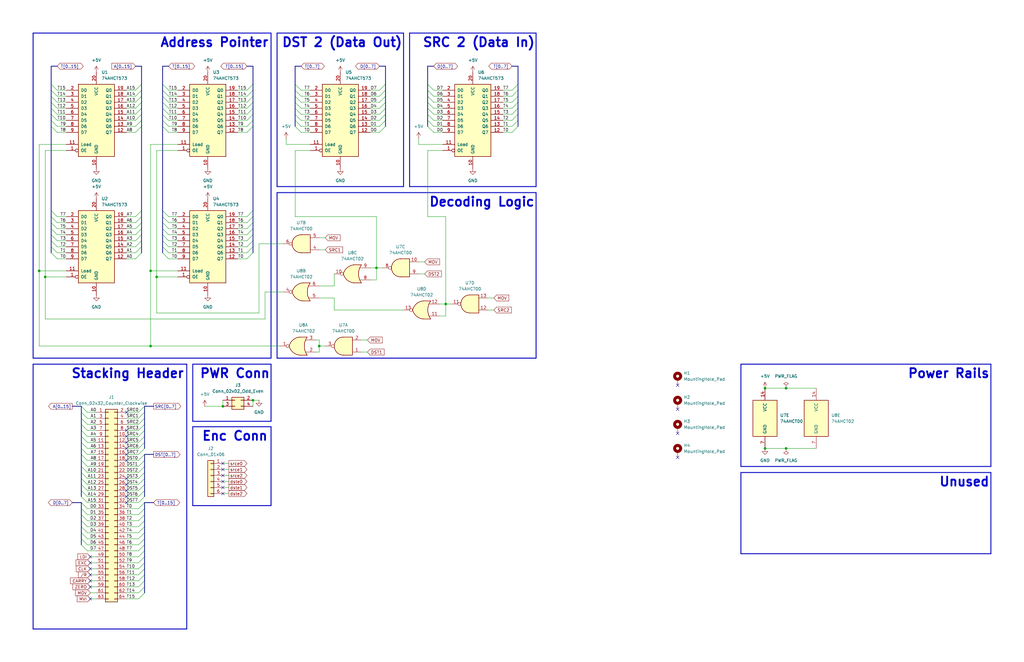
<source format=kicad_sch>
(kicad_sch (version 20250114) (generator "eeschema") (generator_version "9.0")
  (paper "B")
  (title_block (title "TTA8 Load Store Unit") (date "2025-09-17") (rev "0") (company "Dante Morelli"))
  (text "Decoding Logic" (at 203.2 85.344 0) (effects (font (size 3.81 3.81) (bold yes))))
  (text "PWR Conn" (at 99.06 157.734 0) (effects (font (size 3.81 3.81) (bold yes))))
  (text "Unused" (at 406.654 203.454 0) (effects (font (size 3.81 3.81) (bold yes))))
  (text "Enc Conn" (at 99.06 184.15 0) (effects (font (size 3.81 3.81) (bold yes))))
  (text "Address Pointer" (at 90.424 18.034 0) (effects (font (size 3.81 3.81) (bold yes))))
  (text "DST 2 (Data Out)" (at 144.272 18.034 0) (effects (font (size 3.81 3.81) (bold yes))))
  (text "Stacking Header" (at 53.848 157.734 0) (effects (font (size 3.81 3.81) (bold yes))))
  (text "Power Rails" (at 400.05 157.734 0) (effects (font (size 3.81 3.81) (bold yes))))
  (text "SRC 2 (Data In)" (at 201.93 18.034 0) (effects (font (size 3.81 3.81) (bold yes))))
  (junction (at 322.58 163.83))
  (junction (at 63.5 146.05))
  (junction (at 187.96 128.27))
  (junction (at 158.75 113.03))
  (junction (at 63.5 114.3))
  (junction (at 322.58 189.23))
  (junction (at 66.04 116.84))
  (junction (at 16.51 114.3))
  (junction (at 19.05 116.84))
  (junction (at 331.47 189.23))
  (junction (at 106.68 168.91))
  (junction (at 134.62 146.05))
  (junction (at 93.98 171.45))
  (junction (at 331.47 163.83))
  (no_connect (at 38.1 252.73))
  (no_connect (at 38.1 237.49))
  (no_connect (at 53.34 204.47))
  (no_connect (at 53.34 207.01))
  (no_connect (at 93.98 205.74))
  (no_connect (at 53.34 186.69))
  (no_connect (at 53.34 209.55))
  (no_connect (at 93.98 203.2))
  (no_connect (at 38.1 234.95))
  (no_connect (at 38.1 247.65))
  (no_connect (at 93.98 200.66))
  (no_connect (at 38.1 245.11))
  (no_connect (at 285.75 193.04))
  (no_connect (at 38.1 242.57))
  (no_connect (at 285.75 182.88))
  (no_connect (at 285.75 172.72))
  (no_connect (at 93.98 208.28))
  (no_connect (at 93.98 195.58))
  (no_connect (at 53.34 212.09))
  (no_connect (at 53.34 181.61))
  (no_connect (at 53.34 184.15))
  (no_connect (at 285.75 162.56))
  (no_connect (at 53.34 189.23))
  (no_connect (at 93.98 198.12))
  (no_connect (at 53.34 191.77))
  (no_connect (at 53.34 194.31))
  (no_connect (at 38.1 240.03))
  (no_connect (at 53.34 201.93))
  (no_connect (at 53.34 173.99))
  (bus_entry (at 162.56 45.72) (size -2.54 2.54))
  (bus_entry (at 36.83 227.33) (size -2.54 -2.54))
  (bus_entry (at 36.83 196.85) (size -2.54 -2.54))
  (bus_entry (at 21.59 91.44) (size 2.54 2.54))
  (bus_entry (at 68.58 40.64) (size 2.54 2.54))
  (bus_entry (at 218.44 48.26) (size -2.54 2.54))
  (bus_entry (at 36.83 199.39) (size -2.54 -2.54))
  (bus_entry (at 180.34 35.56) (size 2.54 2.54))
  (bus_entry (at 58.42 199.39) (size 2.54 -2.54))
  (bus_entry (at 58.42 179.07) (size 2.54 -2.54))
  (bus_entry (at 59.69 40.64) (size -2.54 2.54))
  (bus_entry (at 68.58 101.6) (size 2.54 2.54))
  (bus_entry (at 59.69 43.18) (size -2.54 2.54))
  (bus_entry (at 36.83 184.15) (size -2.54 -2.54))
  (bus_entry (at 218.44 38.1) (size -2.54 2.54))
  (bus_entry (at 58.42 245.11) (size 2.54 -2.54))
  (bus_entry (at 58.42 240.03) (size 2.54 -2.54))
  (bus_entry (at 68.58 38.1) (size 2.54 2.54))
  (bus_entry (at 180.34 50.8) (size 2.54 2.54))
  (bus_entry (at 124.46 35.56) (size 2.54 2.54))
  (bus_entry (at 106.68 43.18) (size -2.54 2.54))
  (bus_entry (at 162.56 40.64) (size -2.54 2.54))
  (bus_entry (at 58.42 196.85) (size 2.54 -2.54))
  (bus_entry (at 68.58 104.14) (size 2.54 2.54))
  (bus_entry (at 36.83 224.79) (size -2.54 -2.54))
  (bus_entry (at 68.58 43.18) (size 2.54 2.54))
  (bus_entry (at 180.34 45.72) (size 2.54 2.54))
  (bus_entry (at 21.59 45.72) (size 2.54 2.54))
  (bus_entry (at 162.56 50.8) (size -2.54 2.54))
  (bus_entry (at 124.46 45.72) (size 2.54 2.54))
  (bus_entry (at 106.68 35.56) (size -2.54 2.54))
  (bus_entry (at 36.83 232.41) (size -2.54 -2.54))
  (bus_entry (at 68.58 91.44) (size 2.54 2.54))
  (bus_entry (at 68.58 88.9) (size 2.54 2.54))
  (bus_entry (at 124.46 50.8) (size 2.54 2.54))
  (bus_entry (at 21.59 48.26) (size 2.54 2.54))
  (bus_entry (at 21.59 35.56) (size 2.54 2.54))
  (bus_entry (at 36.83 217.17) (size -2.54 -2.54))
  (bus_entry (at 58.42 194.31) (size 2.54 -2.54))
  (bus_entry (at 106.68 50.8) (size -2.54 2.54))
  (bus_entry (at 21.59 43.18) (size 2.54 2.54))
  (bus_entry (at 21.59 88.9) (size 2.54 2.54))
  (bus_entry (at 36.83 189.23) (size -2.54 -2.54))
  (bus_entry (at 58.42 184.15) (size 2.54 -2.54))
  (bus_entry (at 106.68 88.9) (size -2.54 2.54))
  (bus_entry (at 58.42 191.77) (size 2.54 -2.54))
  (bus_entry (at 180.34 53.34) (size 2.54 2.54))
  (bus_entry (at 58.42 189.23) (size 2.54 -2.54))
  (bus_entry (at 58.42 219.71) (size 2.54 -2.54))
  (bus_entry (at 36.83 214.63) (size -2.54 -2.54))
  (bus_entry (at 36.83 204.47) (size -2.54 -2.54))
  (bus_entry (at 58.42 250.19) (size 2.54 -2.54))
  (bus_entry (at 36.83 209.55) (size -2.54 -2.54))
  (bus_entry (at 36.83 212.09) (size -2.54 -2.54))
  (bus_entry (at 68.58 93.98) (size 2.54 2.54))
  (bus_entry (at 58.42 237.49) (size 2.54 -2.54))
  (bus_entry (at 106.68 106.68) (size -2.54 2.54))
  (bus_entry (at 59.69 106.68) (size -2.54 2.54))
  (bus_entry (at 21.59 106.68) (size 2.54 2.54))
  (bus_entry (at 21.59 99.06) (size 2.54 2.54))
  (bus_entry (at 218.44 35.56) (size -2.54 2.54))
  (bus_entry (at 162.56 48.26) (size -2.54 2.54))
  (bus_entry (at 106.68 38.1) (size -2.54 2.54))
  (bus_entry (at 106.68 99.06) (size -2.54 2.54))
  (bus_entry (at 68.58 48.26) (size 2.54 2.54))
  (bus_entry (at 124.46 53.34) (size 2.54 2.54))
  (bus_entry (at 58.42 173.99) (size 2.54 -2.54))
  (bus_entry (at 68.58 99.06) (size 2.54 2.54))
  (bus_entry (at 58.42 217.17) (size 2.54 -2.54))
  (bus_entry (at 21.59 38.1) (size 2.54 2.54))
  (bus_entry (at 162.56 53.34) (size -2.54 2.54))
  (bus_entry (at 21.59 96.52) (size 2.54 2.54))
  (bus_entry (at 106.68 91.44) (size -2.54 2.54))
  (bus_entry (at 218.44 45.72) (size -2.54 2.54))
  (bus_entry (at 124.46 43.18) (size 2.54 2.54))
  (bus_entry (at 218.44 53.34) (size -2.54 2.54))
  (bus_entry (at 58.42 232.41) (size 2.54 -2.54))
  (bus_entry (at 58.42 176.53) (size 2.54 -2.54))
  (bus_entry (at 59.69 104.14) (size -2.54 2.54))
  (bus_entry (at 36.83 219.71) (size -2.54 -2.54))
  (bus_entry (at 106.68 45.72) (size -2.54 2.54))
  (bus_entry (at 68.58 106.68) (size 2.54 2.54))
  (bus_entry (at 162.56 35.56) (size -2.54 2.54))
  (bus_entry (at 68.58 35.56) (size 2.54 2.54))
  (bus_entry (at 58.42 212.09) (size 2.54 -2.54))
  (bus_entry (at 180.34 48.26) (size 2.54 2.54))
  (bus_entry (at 59.69 93.98) (size -2.54 2.54))
  (bus_entry (at 58.42 201.93) (size 2.54 -2.54))
  (bus_entry (at 58.42 242.57) (size 2.54 -2.54))
  (bus_entry (at 36.83 179.07) (size -2.54 -2.54))
  (bus_entry (at 21.59 101.6) (size 2.54 2.54))
  (bus_entry (at 59.69 101.6) (size -2.54 2.54))
  (bus_entry (at 58.42 186.69) (size 2.54 -2.54))
  (bus_entry (at 68.58 96.52) (size 2.54 2.54))
  (bus_entry (at 59.69 53.34) (size -2.54 2.54))
  (bus_entry (at 124.46 40.64) (size 2.54 2.54))
  (bus_entry (at 36.83 229.87) (size -2.54 -2.54))
  (bus_entry (at 21.59 104.14) (size 2.54 2.54))
  (bus_entry (at 59.69 45.72) (size -2.54 2.54))
  (bus_entry (at 58.42 227.33) (size 2.54 -2.54))
  (bus_entry (at 36.83 181.61) (size -2.54 -2.54))
  (bus_entry (at 124.46 38.1) (size 2.54 2.54))
  (bus_entry (at 21.59 40.64) (size 2.54 2.54))
  (bus_entry (at 21.59 93.98) (size 2.54 2.54))
  (bus_entry (at 218.44 43.18) (size -2.54 2.54))
  (bus_entry (at 58.42 252.73) (size 2.54 -2.54))
  (bus_entry (at 162.56 43.18) (size -2.54 2.54))
  (bus_entry (at 68.58 53.34) (size 2.54 2.54))
  (bus_entry (at 58.42 204.47) (size 2.54 -2.54))
  (bus_entry (at 36.83 176.53) (size -2.54 -2.54))
  (bus_entry (at 58.42 224.79) (size 2.54 -2.54))
  (bus_entry (at 36.83 194.31) (size -2.54 -2.54))
  (bus_entry (at 68.58 45.72) (size 2.54 2.54))
  (bus_entry (at 59.69 50.8) (size -2.54 2.54))
  (bus_entry (at 36.83 186.69) (size -2.54 -2.54))
  (bus_entry (at 59.69 35.56) (size -2.54 2.54))
  (bus_entry (at 59.69 38.1) (size -2.54 2.54))
  (bus_entry (at 180.34 43.18) (size 2.54 2.54))
  (bus_entry (at 36.83 207.01) (size -2.54 -2.54))
  (bus_entry (at 59.69 99.06) (size -2.54 2.54))
  (bus_entry (at 36.83 201.93) (size -2.54 -2.54))
  (bus_entry (at 68.58 50.8) (size 2.54 2.54))
  (bus_entry (at 162.56 38.1) (size -2.54 2.54))
  (bus_entry (at 106.68 40.64) (size -2.54 2.54))
  (bus_entry (at 59.69 96.52) (size -2.54 2.54))
  (bus_entry (at 58.42 207.01) (size 2.54 -2.54))
  (bus_entry (at 106.68 104.14) (size -2.54 2.54))
  (bus_entry (at 106.68 53.34) (size -2.54 2.54))
  (bus_entry (at 106.68 48.26) (size -2.54 2.54))
  (bus_entry (at 21.59 50.8) (size 2.54 2.54))
  (bus_entry (at 58.42 247.65) (size 2.54 -2.54))
  (bus_entry (at 36.83 173.99) (size -2.54 -2.54))
  (bus_entry (at 180.34 38.1) (size 2.54 2.54))
  (bus_entry (at 106.68 96.52) (size -2.54 2.54))
  (bus_entry (at 59.69 91.44) (size -2.54 2.54))
  (bus_entry (at 21.59 53.34) (size 2.54 2.54))
  (bus_entry (at 58.42 181.61) (size 2.54 -2.54))
  (bus_entry (at 58.42 222.25) (size 2.54 -2.54))
  (bus_entry (at 180.34 40.64) (size 2.54 2.54))
  (bus_entry (at 218.44 50.8) (size -2.54 2.54))
  (bus_entry (at 36.83 191.77) (size -2.54 -2.54))
  (bus_entry (at 59.69 48.26) (size -2.54 2.54))
  (bus_entry (at 58.42 229.87) (size 2.54 -2.54))
  (bus_entry (at 218.44 40.64) (size -2.54 2.54))
  (bus_entry (at 124.46 48.26) (size 2.54 2.54))
  (bus_entry (at 58.42 234.95) (size 2.54 -2.54))
  (bus_entry (at 106.68 93.98) (size -2.54 2.54))
  (bus_entry (at 58.42 209.55) (size 2.54 -2.54))
  (bus_entry (at 59.69 88.9) (size -2.54 2.54))
  (bus_entry (at 106.68 101.6) (size -2.54 2.54))
  (bus_entry (at 58.42 214.63) (size 2.54 -2.54))
  (bus_entry (at 36.83 222.25) (size -2.54 -2.54))
  (polyline (pts (xy 226.06 81.28) (xy 226.06 151.13)) (stroke (width 0.381)))
  (wire (pts (xy 53.34 196.85) (xy 58.42 196.85)))
  (bus (pts (xy 21.59 96.52) (xy 21.59 99.06)))
  (wire (pts (xy 36.83 217.17) (xy 40.64 217.17)))
  (bus (pts (xy 34.29 227.33) (xy 34.29 224.79)))
  (wire (pts (xy 124.46 63.5) (xy 124.46 91.44)))
  (bus (pts (xy 60.96 245.11) (xy 60.96 242.57)))
  (wire (pts (xy 36.83 184.15) (xy 40.64 184.15)))
  (wire (pts (xy 53.34 242.57) (xy 58.42 242.57)))
  (wire (pts (xy 182.88 40.64) (xy 186.69 40.64)))
  (polyline (pts (xy 13.97 153.67) (xy 78.74 153.67)) (stroke (width 0.381)))
  (wire (pts (xy 134.62 105.41) (xy 137.16 105.41)))
  (wire (pts (xy 24.13 38.1) (xy 27.94 38.1)))
  (wire (pts (xy 71.12 101.6) (xy 74.93 101.6)))
  (polyline (pts (xy 116.84 78.74) (xy 170.18 78.74)) (stroke (width 0.381)))
  (bus (pts (xy 34.29 184.15) (xy 34.29 181.61)))
  (bus (pts (xy 162.56 38.1) (xy 162.56 40.64)))
  (bus (pts (xy 59.69 104.14) (xy 59.69 106.68)))
  (wire (pts (xy 38.1 247.65) (xy 40.64 247.65)))
  (bus (pts (xy 21.59 101.6) (xy 21.59 104.14)))
  (bus (pts (xy 59.69 93.98) (xy 59.69 96.52)))
  (bus (pts (xy 34.29 201.93) (xy 34.29 199.39)))
  (wire (pts (xy 24.13 91.44) (xy 27.94 91.44)))
  (bus (pts (xy 162.56 35.56) (xy 162.56 38.1)))
  (bus (pts (xy 21.59 53.34) (xy 21.59 88.9)))
  (wire (pts (xy 100.33 91.44) (xy 104.14 91.44)))
  (wire (pts (xy 36.83 199.39) (xy 40.64 199.39)))
  (wire (pts (xy 212.09 55.88) (xy 215.9 55.88)))
  (bus (pts (xy 59.69 45.72) (xy 59.69 48.26)))
  (bus (pts (xy 21.59 48.26) (xy 21.59 50.8)))
  (wire (pts (xy 158.75 91.44) (xy 158.75 113.03)))
  (wire (pts (xy 156.21 48.26) (xy 160.02 48.26)))
  (wire (pts (xy 53.34 50.8) (xy 57.15 50.8)))
  (wire (pts (xy 53.34 38.1) (xy 57.15 38.1)))
  (bus (pts (xy 124.46 45.72) (xy 124.46 48.26)))
  (wire (pts (xy 66.04 116.84) (xy 74.93 116.84)))
  (wire (pts (xy 19.05 116.84) (xy 27.94 116.84)))
  (bus (pts (xy 106.68 91.44) (xy 106.68 93.98)))
  (wire (pts (xy 134.62 148.59) (xy 133.35 148.59)))
  (wire (pts (xy 134.62 100.33) (xy 137.16 100.33)))
  (wire (pts (xy 322.58 189.23) (xy 331.47 189.23)))
  (wire (pts (xy 71.12 45.72) (xy 74.93 45.72)))
  (bus (pts (xy 106.68 53.34) (xy 106.68 88.9)))
  (wire (pts (xy 24.13 48.26) (xy 27.94 48.26)))
  (wire (pts (xy 71.12 91.44) (xy 74.93 91.44)))
  (bus (pts (xy 215.9 27.94) (xy 218.44 27.94)))
  (bus (pts (xy 21.59 43.18) (xy 21.59 45.72)))
  (bus (pts (xy 59.69 27.94) (xy 59.69 35.56)))
  (bus (pts (xy 124.46 40.64) (xy 124.46 43.18)))
  (wire (pts (xy 120.65 60.96) (xy 130.81 60.96)))
  (polyline (pts (xy 114.3 177.8) (xy 114.3 153.67)) (stroke (width 0.381) (type solid)))
  (wire (pts (xy 19.05 63.5) (xy 19.05 116.84)))
  (polyline (pts (xy 114.3 153.67) (xy 81.28 153.67)) (stroke (width 0.381) (type solid)))
  (bus (pts (xy 106.68 104.14) (xy 106.68 106.68)))
  (wire (pts (xy 134.62 143.51) (xy 134.62 146.05)))
  (wire (pts (xy 53.34 201.93) (xy 58.42 201.93)))
  (bus (pts (xy 60.96 171.45) (xy 64.77 171.45)))
  (bus (pts (xy 34.29 179.07) (xy 34.29 176.53)))
  (bus (pts (xy 104.14 27.94) (xy 106.68 27.94)))
  (bus (pts (xy 21.59 38.1) (xy 21.59 40.64)))
  (wire (pts (xy 212.09 38.1) (xy 215.9 38.1)))
  (wire (pts (xy 93.98 198.12) (xy 96.52 198.12)))
  (wire (pts (xy 331.47 163.83) (xy 344.17 163.83)))
  (wire (pts (xy 152.4 143.51) (xy 154.94 143.51)))
  (wire (pts (xy 71.12 106.68) (xy 74.93 106.68)))
  (wire (pts (xy 176.53 60.96) (xy 186.69 60.96)))
  (wire (pts (xy 24.13 40.64) (xy 27.94 40.64)))
  (bus (pts (xy 34.29 207.01) (xy 34.29 204.47)))
  (wire (pts (xy 53.34 104.14) (xy 57.15 104.14)))
  (polyline (pts (xy 116.84 13.97) (xy 116.84 78.74)) (stroke (width 0.381)))
  (wire (pts (xy 38.1 240.03) (xy 40.64 240.03)))
  (wire (pts (xy 182.88 55.88) (xy 186.69 55.88)))
  (bus (pts (xy 180.34 48.26) (xy 180.34 50.8)))
  (polyline (pts (xy 116.84 13.97) (xy 170.18 13.97)) (stroke (width 0.381)))
  (bus (pts (xy 34.29 189.23) (xy 34.29 186.69)))
  (bus (pts (xy 34.29 214.63) (xy 34.29 212.09)))
  (wire (pts (xy 182.88 45.72) (xy 186.69 45.72)))
  (bus (pts (xy 162.56 43.18) (xy 162.56 45.72)))
  (bus (pts (xy 60.96 224.79) (xy 60.96 222.25)))
  (bus (pts (xy 60.96 189.23) (xy 60.96 186.69)))
  (bus (pts (xy 160.02 27.94) (xy 162.56 27.94)))
  (wire (pts (xy 16.51 114.3) (xy 27.94 114.3)))
  (wire (pts (xy 53.34 99.06) (xy 57.15 99.06)))
  (wire (pts (xy 100.33 38.1) (xy 104.14 38.1)))
  (bus (pts (xy 68.58 53.34) (xy 68.58 88.9)))
  (wire (pts (xy 187.96 128.27) (xy 190.5 128.27)))
  (bus (pts (xy 60.96 234.95) (xy 60.96 232.41)))
  (bus (pts (xy 60.96 232.41) (xy 60.96 229.87)))
  (wire (pts (xy 182.88 50.8) (xy 186.69 50.8)))
  (bus (pts (xy 124.46 27.94) (xy 124.46 35.56)))
  (wire (pts (xy 140.97 125.73) (xy 140.97 130.81)))
  (wire (pts (xy 24.13 53.34) (xy 27.94 53.34)))
  (wire (pts (xy 134.62 125.73) (xy 140.97 125.73)))
  (wire (pts (xy 71.12 38.1) (xy 74.93 38.1)))
  (wire (pts (xy 176.53 115.57) (xy 179.07 115.57)))
  (bus (pts (xy 57.15 27.94) (xy 59.69 27.94)))
  (wire (pts (xy 71.12 53.34) (xy 74.93 53.34)))
  (wire (pts (xy 53.34 173.99) (xy 58.42 173.99)))
  (wire (pts (xy 100.33 53.34) (xy 104.14 53.34)))
  (wire (pts (xy 63.5 114.3) (xy 63.5 146.05)))
  (wire (pts (xy 36.83 227.33) (xy 40.64 227.33)))
  (wire (pts (xy 53.34 204.47) (xy 58.42 204.47)))
  (bus (pts (xy 59.69 91.44) (xy 59.69 93.98)))
  (wire (pts (xy 156.21 43.18) (xy 160.02 43.18)))
  (bus (pts (xy 60.96 196.85) (xy 60.96 194.31)))
  (wire (pts (xy 187.96 128.27) (xy 187.96 133.35)))
  (wire (pts (xy 182.88 48.26) (xy 186.69 48.26)))
  (polyline (pts (xy 13.97 13.97) (xy 13.97 151.13)) (stroke (width 0.381)))
  (wire (pts (xy 38.1 237.49) (xy 40.64 237.49)))
  (polyline (pts (xy 226.06 13.97) (xy 226.06 78.74)) (stroke (width 0.381)))
  (bus (pts (xy 218.44 40.64) (xy 218.44 43.18)))
  (wire (pts (xy 106.68 168.91) (xy 109.22 168.91)))
  (wire (pts (xy 53.34 209.55) (xy 58.42 209.55)))
  (wire (pts (xy 53.34 191.77) (xy 58.42 191.77)))
  (polyline (pts (xy 312.42 196.85) (xy 312.42 153.67)) (stroke (width 0.381)))
  (wire (pts (xy 36.83 186.69) (xy 40.64 186.69)))
  (bus (pts (xy 59.69 43.18) (xy 59.69 45.72)))
  (polyline (pts (xy 114.3 13.97) (xy 114.3 151.13)) (stroke (width 0.381)))
  (wire (pts (xy 176.53 110.49) (xy 179.07 110.49)))
  (bus (pts (xy 180.34 45.72) (xy 180.34 48.26)))
  (bus (pts (xy 21.59 45.72) (xy 21.59 48.26)))
  (wire (pts (xy 93.98 203.2) (xy 96.52 203.2)))
  (wire (pts (xy 53.34 250.19) (xy 58.42 250.19)))
  (wire (pts (xy 127 53.34) (xy 130.81 53.34)))
  (wire (pts (xy 156.21 55.88) (xy 160.02 55.88)))
  (wire (pts (xy 100.33 43.18) (xy 104.14 43.18)))
  (bus (pts (xy 34.29 176.53) (xy 34.29 173.99)))
  (bus (pts (xy 21.59 88.9) (xy 21.59 91.44)))
  (bus (pts (xy 124.46 50.8) (xy 124.46 53.34)))
  (bus (pts (xy 68.58 91.44) (xy 68.58 93.98)))
  (bus (pts (xy 60.96 191.77) (xy 64.77 191.77)))
  (wire (pts (xy 24.13 101.6) (xy 27.94 101.6)))
  (wire (pts (xy 182.88 53.34) (xy 186.69 53.34)))
  (polyline (pts (xy 226.06 78.74) (xy 172.72 78.74)) (stroke (width 0.381)))
  (wire (pts (xy 27.94 63.5) (xy 19.05 63.5)))
  (wire (pts (xy 124.46 91.44) (xy 158.75 91.44)))
  (wire (pts (xy 36.83 189.23) (xy 40.64 189.23)))
  (bus (pts (xy 218.44 48.26) (xy 218.44 50.8)))
  (bus (pts (xy 68.58 35.56) (xy 68.58 38.1)))
  (wire (pts (xy 127 38.1) (xy 130.81 38.1)))
  (wire (pts (xy 24.13 96.52) (xy 27.94 96.52)))
  (bus (pts (xy 162.56 40.64) (xy 162.56 43.18)))
  (bus (pts (xy 34.29 173.99) (xy 34.29 171.45)))
  (bus (pts (xy 30.48 212.09) (xy 34.29 212.09)))
  (wire (pts (xy 36.83 229.87) (xy 40.64 229.87)))
  (wire (pts (xy 74.93 63.5) (xy 66.04 63.5)))
  (wire (pts (xy 187.96 133.35) (xy 185.42 133.35)))
  (polyline (pts (xy 172.72 13.97) (xy 226.06 13.97)) (stroke (width 0.381)))
  (wire (pts (xy 212.09 45.72) (xy 215.9 45.72)))
  (bus (pts (xy 34.29 204.47) (xy 34.29 201.93)))
  (polyline (pts (xy 417.83 233.68) (xy 312.42 233.68)) (stroke (width 0.381)))
  (bus (pts (xy 34.29 209.55) (xy 34.29 207.01)))
  (wire (pts (xy 53.34 194.31) (xy 58.42 194.31)))
  (bus (pts (xy 60.96 173.99) (xy 60.96 171.45)))
  (wire (pts (xy 24.13 55.88) (xy 27.94 55.88)))
  (bus (pts (xy 60.96 207.01) (xy 60.96 204.47)))
  (bus (pts (xy 34.29 186.69) (xy 34.29 184.15)))
  (bus (pts (xy 68.58 45.72) (xy 68.58 48.26)))
  (wire (pts (xy 53.34 217.17) (xy 58.42 217.17)))
  (wire (pts (xy 38.1 234.95) (xy 40.64 234.95)))
  (wire (pts (xy 156.21 50.8) (xy 160.02 50.8)))
  (wire (pts (xy 36.83 209.55) (xy 40.64 209.55)))
  (wire (pts (xy 100.33 45.72) (xy 104.14 45.72)))
  (polyline (pts (xy 81.28 153.67) (xy 81.28 177.8)) (stroke (width 0.381) (type solid)))
  (bus (pts (xy 180.34 40.64) (xy 180.34 43.18)))
  (wire (pts (xy 100.33 101.6) (xy 104.14 101.6)))
  (bus (pts (xy 21.59 27.94) (xy 21.59 35.56)))
  (bus (pts (xy 34.29 191.77) (xy 34.29 189.23)))
  (wire (pts (xy 182.88 38.1) (xy 186.69 38.1)))
  (wire (pts (xy 53.34 40.64) (xy 57.15 40.64)))
  (wire (pts (xy 158.75 118.11) (xy 156.21 118.11)))
  (bus (pts (xy 60.96 247.65) (xy 60.96 245.11)))
  (bus (pts (xy 218.44 38.1) (xy 218.44 40.64)))
  (wire (pts (xy 205.74 125.73) (xy 208.28 125.73)))
  (wire (pts (xy 134.62 120.65) (xy 140.97 120.65)))
  (wire (pts (xy 158.75 113.03) (xy 158.75 118.11)))
  (polyline (pts (xy 78.74 265.43) (xy 78.74 153.67)) (stroke (width 0.381)))
  (bus (pts (xy 60.96 181.61) (xy 60.96 179.07)))
  (wire (pts (xy 53.34 43.18) (xy 57.15 43.18)))
  (polyline (pts (xy 312.42 233.68) (xy 312.42 199.39)) (stroke (width 0.381)))
  (wire (pts (xy 53.34 53.34) (xy 57.15 53.34)))
  (wire (pts (xy 19.05 134.62) (xy 19.05 116.84)))
  (wire (pts (xy 63.5 146.05) (xy 16.51 146.05)))
  (wire (pts (xy 53.34 227.33) (xy 58.42 227.33)))
  (wire (pts (xy 71.12 55.88) (xy 74.93 55.88)))
  (wire (pts (xy 53.34 212.09) (xy 58.42 212.09)))
  (wire (pts (xy 180.34 63.5) (xy 180.34 91.44)))
  (bus (pts (xy 60.96 179.07) (xy 60.96 176.53)))
  (wire (pts (xy 53.34 189.23) (xy 58.42 189.23)))
  (wire (pts (xy 134.62 148.59) (xy 134.62 146.05)))
  (polyline (pts (xy 114.3 180.086) (xy 81.28 180.086)) (stroke (width 0.381) (type solid)))
  (bus (pts (xy 68.58 96.52) (xy 68.58 99.06)))
  (bus (pts (xy 180.34 43.18) (xy 180.34 45.72)))
  (wire (pts (xy 24.13 104.14) (xy 27.94 104.14)))
  (wire (pts (xy 176.53 58.42) (xy 176.53 60.96)))
  (bus (pts (xy 68.58 48.26) (xy 68.58 50.8)))
  (wire (pts (xy 38.1 245.11) (xy 40.64 245.11)))
  (wire (pts (xy 106.68 168.91) (xy 106.68 171.45)))
  (wire (pts (xy 331.47 189.23) (xy 344.17 189.23)))
  (bus (pts (xy 59.69 38.1) (xy 59.69 40.64)))
  (wire (pts (xy 53.34 224.79) (xy 58.42 224.79)))
  (wire (pts (xy 53.34 96.52) (xy 57.15 96.52)))
  (wire (pts (xy 16.51 114.3) (xy 16.51 60.96)))
  (bus (pts (xy 71.12 27.94) (xy 68.58 27.94)))
  (wire (pts (xy 53.34 222.25) (xy 58.42 222.25)))
  (wire (pts (xy 100.33 40.64) (xy 104.14 40.64)))
  (wire (pts (xy 53.34 232.41) (xy 58.42 232.41)))
  (bus (pts (xy 24.13 27.94) (xy 21.59 27.94)))
  (bus (pts (xy 60.96 204.47) (xy 60.96 201.93)))
  (wire (pts (xy 53.34 214.63) (xy 58.42 214.63)))
  (wire (pts (xy 156.21 45.72) (xy 160.02 45.72)))
  (wire (pts (xy 24.13 99.06) (xy 27.94 99.06)))
  (wire (pts (xy 133.35 143.51) (xy 134.62 143.51)))
  (wire (pts (xy 36.83 179.07) (xy 40.64 179.07)))
  (bus (pts (xy 106.68 45.72) (xy 106.68 48.26)))
  (bus (pts (xy 106.68 50.8) (xy 106.68 53.34)))
  (wire (pts (xy 127 45.72) (xy 130.81 45.72)))
  (wire (pts (xy 36.83 181.61) (xy 40.64 181.61)))
  (polyline (pts (xy 417.83 153.67) (xy 417.83 196.85)) (stroke (width 0.381)))
  (wire (pts (xy 93.98 195.58) (xy 96.52 195.58)))
  (wire (pts (xy 36.83 207.01) (xy 40.64 207.01)))
  (wire (pts (xy 205.74 130.81) (xy 208.28 130.81)))
  (bus (pts (xy 162.56 45.72) (xy 162.56 48.26)))
  (bus (pts (xy 34.29 196.85) (xy 34.29 194.31)))
  (wire (pts (xy 53.34 91.44) (xy 57.15 91.44)))
  (wire (pts (xy 322.58 163.83) (xy 331.47 163.83)))
  (wire (pts (xy 212.09 53.34) (xy 215.9 53.34)))
  (wire (pts (xy 120.65 58.42) (xy 120.65 60.96)))
  (bus (pts (xy 60.96 242.57) (xy 60.96 240.03)))
  (wire (pts (xy 127 43.18) (xy 130.81 43.18)))
  (bus (pts (xy 60.96 184.15) (xy 60.96 181.61)))
  (wire (pts (xy 36.83 212.09) (xy 40.64 212.09)))
  (wire (pts (xy 53.34 252.73) (xy 58.42 252.73)))
  (bus (pts (xy 106.68 48.26) (xy 106.68 50.8)))
  (bus (pts (xy 60.96 176.53) (xy 60.96 173.99)))
  (wire (pts (xy 100.33 99.06) (xy 104.14 99.06)))
  (bus (pts (xy 180.34 27.94) (xy 180.34 35.56)))
  (wire (pts (xy 53.34 181.61) (xy 58.42 181.61)))
  (wire (pts (xy 152.4 148.59) (xy 154.94 148.59)))
  (bus (pts (xy 60.96 214.63) (xy 60.96 212.09)))
  (bus (pts (xy 34.29 199.39) (xy 34.29 196.85)))
  (bus (pts (xy 34.29 181.61) (xy 34.29 179.07)))
  (wire (pts (xy 24.13 93.98) (xy 27.94 93.98)))
  (wire (pts (xy 212.09 40.64) (xy 215.9 40.64)))
  (bus (pts (xy 180.34 50.8) (xy 180.34 53.34)))
  (wire (pts (xy 156.21 113.03) (xy 158.75 113.03)))
  (polyline (pts (xy 172.72 13.97) (xy 172.72 78.74)) (stroke (width 0.381)))
  (bus (pts (xy 59.69 40.64) (xy 59.69 43.18)))
  (polyline (pts (xy 312.42 199.39) (xy 417.83 199.39)) (stroke (width 0.381)))
  (bus (pts (xy 60.96 194.31) (xy 60.96 191.77)))
  (bus (pts (xy 21.59 50.8) (xy 21.59 53.34)))
  (wire (pts (xy 36.83 201.93) (xy 40.64 201.93)))
  (bus (pts (xy 60.96 219.71) (xy 60.96 217.17)))
  (wire (pts (xy 127 55.88) (xy 130.81 55.88)))
  (bus (pts (xy 34.29 194.31) (xy 34.29 191.77)))
  (wire (pts (xy 63.5 114.3) (xy 63.5 60.96)))
  (wire (pts (xy 24.13 50.8) (xy 27.94 50.8)))
  (wire (pts (xy 186.69 63.5) (xy 180.34 63.5)))
  (wire (pts (xy 53.34 184.15) (xy 58.42 184.15)))
  (bus (pts (xy 106.68 96.52) (xy 106.68 99.06)))
  (wire (pts (xy 24.13 109.22) (xy 27.94 109.22)))
  (wire (pts (xy 93.98 208.28) (xy 96.52 208.28)))
  (bus (pts (xy 59.69 99.06) (xy 59.69 101.6)))
  (bus (pts (xy 106.68 27.94) (xy 106.68 35.56)))
  (bus (pts (xy 180.34 38.1) (xy 180.34 40.64)))
  (wire (pts (xy 100.33 48.26) (xy 104.14 48.26)))
  (wire (pts (xy 156.21 53.34) (xy 160.02 53.34)))
  (bus (pts (xy 106.68 43.18) (xy 106.68 45.72)))
  (wire (pts (xy 53.34 245.11) (xy 58.42 245.11)))
  (bus (pts (xy 34.29 222.25) (xy 34.29 219.71)))
  (bus (pts (xy 68.58 93.98) (xy 68.58 96.52)))
  (wire (pts (xy 71.12 50.8) (xy 74.93 50.8)))
  (wire (pts (xy 24.13 43.18) (xy 27.94 43.18)))
  (wire (pts (xy 36.83 204.47) (xy 40.64 204.47)))
  (wire (pts (xy 36.83 222.25) (xy 40.64 222.25)))
  (wire (pts (xy 53.34 199.39) (xy 58.42 199.39)))
  (bus (pts (xy 68.58 27.94) (xy 68.58 35.56)))
  (wire (pts (xy 71.12 48.26) (xy 74.93 48.26)))
  (wire (pts (xy 36.83 224.79) (xy 40.64 224.79)))
  (bus (pts (xy 124.46 38.1) (xy 124.46 40.64)))
  (polyline (pts (xy 170.18 78.74) (xy 170.18 13.97)) (stroke (width 0.381)))
  (wire (pts (xy 212.09 50.8) (xy 215.9 50.8)))
  (bus (pts (xy 127 27.94) (xy 124.46 27.94)))
  (wire (pts (xy 119.38 123.19) (xy 111.76 123.19)))
  (bus (pts (xy 60.96 209.55) (xy 60.96 207.01)))
  (wire (pts (xy 24.13 106.68) (xy 27.94 106.68)))
  (wire (pts (xy 53.34 106.68) (xy 57.15 106.68)))
  (polyline (pts (xy 114.3 213.36) (xy 114.3 180.086)) (stroke (width 0.381) (type solid)))
  (wire (pts (xy 156.21 38.1) (xy 160.02 38.1)))
  (bus (pts (xy 60.96 212.09) (xy 64.77 212.09)))
  (wire (pts (xy 36.83 194.31) (xy 40.64 194.31)))
  (bus (pts (xy 59.69 96.52) (xy 59.69 99.06)))
  (wire (pts (xy 134.62 146.05) (xy 137.16 146.05)))
  (wire (pts (xy 100.33 106.68) (xy 104.14 106.68)))
  (polyline (pts (xy 116.84 81.28) (xy 116.84 151.13)) (stroke (width 0.381)))
  (wire (pts (xy 53.34 109.22) (xy 57.15 109.22)))
  (bus (pts (xy 60.96 240.03) (xy 60.96 237.49)))
  (bus (pts (xy 59.69 48.26) (xy 59.69 50.8)))
  (wire (pts (xy 36.83 176.53) (xy 40.64 176.53)))
  (bus (pts (xy 59.69 50.8) (xy 59.69 53.34)))
  (wire (pts (xy 185.42 128.27) (xy 187.96 128.27)))
  (wire (pts (xy 111.76 134.62) (xy 19.05 134.62)))
  (bus (pts (xy 68.58 50.8) (xy 68.58 53.34)))
  (wire (pts (xy 100.33 55.88) (xy 104.14 55.88)))
  (wire (pts (xy 53.34 176.53) (xy 58.42 176.53)))
  (wire (pts (xy 36.83 191.77) (xy 40.64 191.77)))
  (bus (pts (xy 162.56 27.94) (xy 162.56 35.56)))
  (wire (pts (xy 187.96 91.44) (xy 187.96 128.27)))
  (polyline (pts (xy 116.84 81.28) (xy 226.06 81.28)) (stroke (width 0.381)))
  (wire (pts (xy 100.33 109.22) (xy 104.14 109.22)))
  (polyline (pts (xy 81.28 180.086) (xy 81.28 213.36)) (stroke (width 0.381) (type solid)))
  (wire (pts (xy 63.5 146.05) (xy 118.11 146.05)))
  (wire (pts (xy 53.34 186.69) (xy 58.42 186.69)))
  (wire (pts (xy 53.34 247.65) (xy 58.42 247.65)))
  (wire (pts (xy 38.1 250.19) (xy 40.64 250.19)))
  (wire (pts (xy 36.83 232.41) (xy 40.64 232.41)))
  (bus (pts (xy 68.58 40.64) (xy 68.58 43.18)))
  (bus (pts (xy 218.44 27.94) (xy 218.44 35.56)))
  (wire (pts (xy 156.21 40.64) (xy 160.02 40.64)))
  (wire (pts (xy 111.76 123.19) (xy 111.76 134.62)))
  (bus (pts (xy 106.68 101.6) (xy 106.68 104.14)))
  (bus (pts (xy 162.56 48.26) (xy 162.56 50.8)))
  (wire (pts (xy 93.98 205.74) (xy 96.52 205.74)))
  (bus (pts (xy 68.58 99.06) (xy 68.58 101.6)))
  (bus (pts (xy 21.59 93.98) (xy 21.59 96.52)))
  (bus (pts (xy 21.59 35.56) (xy 21.59 38.1)))
  (wire (pts (xy 100.33 93.98) (xy 104.14 93.98)))
  (bus (pts (xy 34.29 217.17) (xy 34.29 214.63)))
  (bus (pts (xy 162.56 50.8) (xy 162.56 53.34)))
  (wire (pts (xy 63.5 60.96) (xy 74.93 60.96)))
  (wire (pts (xy 24.13 45.72) (xy 27.94 45.72)))
  (bus (pts (xy 34.29 224.79) (xy 34.29 222.25)))
  (bus (pts (xy 124.46 43.18) (xy 124.46 45.72)))
  (bus (pts (xy 106.68 93.98) (xy 106.68 96.52)))
  (bus (pts (xy 60.96 199.39) (xy 60.96 196.85)))
  (polyline (pts (xy 312.42 153.67) (xy 417.83 153.67)) (stroke (width 0.381)))
  (wire (pts (xy 53.34 48.26) (xy 57.15 48.26)))
  (bus (pts (xy 106.68 38.1) (xy 106.68 40.64)))
  (bus (pts (xy 60.96 217.17) (xy 60.96 214.63)))
  (bus (pts (xy 59.69 35.56) (xy 59.69 38.1)))
  (wire (pts (xy 100.33 104.14) (xy 104.14 104.14)))
  (wire (pts (xy 53.34 207.01) (xy 58.42 207.01)))
  (wire (pts (xy 53.34 55.88) (xy 57.15 55.88)))
  (wire (pts (xy 127 40.64) (xy 130.81 40.64)))
  (bus (pts (xy 124.46 35.56) (xy 124.46 38.1)))
  (bus (pts (xy 30.48 171.45) (xy 34.29 171.45)))
  (bus (pts (xy 106.68 40.64) (xy 106.68 43.18)))
  (wire (pts (xy 16.51 146.05) (xy 16.51 114.3)))
  (bus (pts (xy 182.88 27.94) (xy 180.34 27.94)))
  (wire (pts (xy 66.04 63.5) (xy 66.04 116.84)))
  (wire (pts (xy 93.98 200.66) (xy 96.52 200.66)))
  (wire (pts (xy 109.22 132.08) (xy 66.04 132.08)))
  (bus (pts (xy 68.58 101.6) (xy 68.58 104.14)))
  (wire (pts (xy 86.36 171.45) (xy 93.98 171.45)))
  (wire (pts (xy 53.34 219.71) (xy 58.42 219.71)))
  (wire (pts (xy 100.33 50.8) (xy 104.14 50.8)))
  (wire (pts (xy 71.12 93.98) (xy 74.93 93.98)))
  (wire (pts (xy 100.33 96.52) (xy 104.14 96.52)))
  (polyline (pts (xy 13.97 153.67) (xy 13.97 265.43)) (stroke (width 0.381)))
  (polyline (pts (xy 114.3 151.13) (xy 13.97 151.13)) (stroke (width 0.381)))
  (polyline (pts (xy 81.28 177.8) (xy 114.3 177.8)) (stroke (width 0.381) (type solid)))
  (wire (pts (xy 71.12 43.18) (xy 74.93 43.18)))
  (wire (pts (xy 53.34 237.49) (xy 58.42 237.49)))
  (wire (pts (xy 212.09 43.18) (xy 215.9 43.18)))
  (wire (pts (xy 36.83 173.99) (xy 40.64 173.99)))
  (bus (pts (xy 106.68 35.56) (xy 106.68 38.1)))
  (bus (pts (xy 60.96 250.19) (xy 60.96 247.65)))
  (bus (pts (xy 59.69 53.34) (xy 59.69 88.9)))
  (wire (pts (xy 63.5 114.3) (xy 74.93 114.3)))
  (bus (pts (xy 21.59 99.06) (xy 21.59 101.6)))
  (bus (pts (xy 60.96 201.93) (xy 60.96 199.39)))
  (bus (pts (xy 68.58 88.9) (xy 68.58 91.44)))
  (bus (pts (xy 21.59 40.64) (xy 21.59 43.18)))
  (bus (pts (xy 60.96 186.69) (xy 60.96 184.15)))
  (bus (pts (xy 34.29 229.87) (xy 34.29 227.33)))
  (wire (pts (xy 53.34 101.6) (xy 57.15 101.6)))
  (wire (pts (xy 71.12 109.22) (xy 74.93 109.22)))
  (polyline (pts (xy 13.97 13.97) (xy 114.3 13.97)) (stroke (width 0.381)))
  (bus (pts (xy 34.29 219.71) (xy 34.29 217.17)))
  (bus (pts (xy 218.44 45.72) (xy 218.44 48.26)))
  (polyline (pts (xy 417.83 199.39) (xy 417.83 233.68)) (stroke (width 0.381)))
  (wire (pts (xy 127 50.8) (xy 130.81 50.8)))
  (wire (pts (xy 53.34 179.07) (xy 58.42 179.07)))
  (bus (pts (xy 68.58 104.14) (xy 68.58 106.68)))
  (wire (pts (xy 66.04 132.08) (xy 66.04 116.84)))
  (wire (pts (xy 109.22 102.87) (xy 109.22 132.08)))
  (wire (pts (xy 158.75 113.03) (xy 161.29 113.03)))
  (polyline (pts (xy 13.97 265.43) (xy 78.74 265.43)) (stroke (width 0.381)))
  (polyline (pts (xy 417.83 196.85) (xy 312.42 196.85)) (stroke (width 0.381)))
  (wire (pts (xy 53.34 240.03) (xy 58.42 240.03)))
  (wire (pts (xy 71.12 104.14) (xy 74.93 104.14)))
  (wire (pts (xy 180.34 91.44) (xy 187.96 91.44)))
  (polyline (pts (xy 116.84 151.13) (xy 226.06 151.13)) (stroke (width 0.381)))
  (bus (pts (xy 68.58 43.18) (xy 68.58 45.72)))
  (bus (pts (xy 106.68 88.9) (xy 106.68 91.44)))
  (bus (pts (xy 60.96 237.49) (xy 60.96 234.95)))
  (wire (pts (xy 53.34 234.95) (xy 58.42 234.95)))
  (bus (pts (xy 59.69 88.9) (xy 59.69 91.44)))
  (bus (pts (xy 21.59 91.44) (xy 21.59 93.98)))
  (bus (pts (xy 60.96 222.25) (xy 60.96 219.71)))
  (wire (pts (xy 71.12 40.64) (xy 74.93 40.64)))
  (wire (pts (xy 38.1 252.73) (xy 40.64 252.73)))
  (wire (pts (xy 53.34 229.87) (xy 58.42 229.87)))
  (wire (pts (xy 36.83 196.85) (xy 40.64 196.85)))
  (bus (pts (xy 218.44 35.56) (xy 218.44 38.1)))
  (wire (pts (xy 38.1 242.57) (xy 40.64 242.57)))
  (bus (pts (xy 59.69 101.6) (xy 59.69 104.14)))
  (wire (pts (xy 130.81 63.5) (xy 124.46 63.5)))
  (wire (pts (xy 36.83 214.63) (xy 40.64 214.63)))
  (wire (pts (xy 36.83 219.71) (xy 40.64 219.71)))
  (wire (pts (xy 71.12 96.52) (xy 74.93 96.52)))
  (wire (pts (xy 140.97 130.81) (xy 170.18 130.81)))
  (wire (pts (xy 53.34 45.72) (xy 57.15 45.72)))
  (bus (pts (xy 60.96 229.87) (xy 60.96 227.33)))
  (wire (pts (xy 16.51 60.96) (xy 27.94 60.96)))
  (wire (pts (xy 71.12 99.06) (xy 74.93 99.06)))
  (wire (pts (xy 212.09 48.26) (xy 215.9 48.26)))
  (bus (pts (xy 180.34 35.56) (xy 180.34 38.1)))
  (bus (pts (xy 218.44 43.18) (xy 218.44 45.72)))
  (bus (pts (xy 21.59 104.14) (xy 21.59 106.68)))
  (bus (pts (xy 60.96 227.33) (xy 60.96 224.79)))
  (bus (pts (xy 106.68 99.06) (xy 106.68 101.6)))
  (wire (pts (xy 119.38 102.87) (xy 109.22 102.87)))
  (wire (pts (xy 53.34 93.98) (xy 57.15 93.98)))
  (wire (pts (xy 182.88 43.18) (xy 186.69 43.18)))
  (wire (pts (xy 140.97 120.65) (xy 140.97 115.57)))
  (bus (pts (xy 218.44 50.8) (xy 218.44 53.34)))
  (bus (pts (xy 68.58 38.1) (xy 68.58 40.64)))
  (bus (pts (xy 124.46 48.26) (xy 124.46 50.8)))
  (polyline (pts (xy 81.28 213.36) (xy 114.3 213.36)) (stroke (width 0.381) (type solid)))
  (wire (pts (xy 127 48.26) (xy 130.81 48.26)))
  (wire (pts (xy 93.98 168.91) (xy 93.98 171.45)))
  (label "A12" (at 40.64 204.47 180))
  (label "T0" (at 100.33 109.22 0))
  (label "A10" (at 53.34 50.8 0))
  (label "A4" (at 53.34 99.06 0))
  (label "T6" (at 128.27 40.64 0))
  (label "D0" (at 40.64 214.63 180))
  (label "T1" (at 212.09 53.34 0))
  (label "SRC6" (at 53.34 189.23 0))
  (label "T2" (at 100.33 104.14 0))
  (label "T5" (at 128.27 43.18 0))
  (label "T2" (at 128.27 50.8 0))
  (label "T12" (at 24.13 45.72 0))
  (label "A2" (at 40.64 179.07 180))
  (label "D4" (at 40.64 224.79 180))
  (label "A14" (at 53.34 40.64 0))
  (label "T11" (at 24.13 48.26 0))
  (label "A5" (at 53.34 96.52 0))
  (label "A12" (at 53.34 45.72 0))
  (label "T13" (at 100.33 43.18 0))
  (label "A7" (at 53.34 91.44 0))
  (label "A9" (at 53.34 53.34 0))
  (label "T9" (at 53.34 237.49 0))
  (label "T9" (at 25.4 53.34 0))
  (label "A14" (at 40.64 209.55 180))
  (label "T3" (at 128.27 48.26 0))
  (label "T15" (at 53.34 252.73 0))
  (label "SRC3" (at 53.34 181.61 0))
  (label "A8" (at 53.34 55.88 0))
  (label "DST7" (at 53.34 212.09 0))
  (label "DST2" (at 53.34 199.39 0))
  (label "T3" (at 53.34 222.25 0))
  (label "DST3" (at 53.34 201.93 0))
  (label "D3" (at 184.15 48.26 0))
  (label "T5" (at 72.39 96.52 0))
  (label "T2" (at 53.34 219.71 0))
  (label "T13" (at 53.34 247.65 0))
  (label "SRC5" (at 53.34 186.69 0))
  (label "DST1" (at 53.34 196.85 0))
  (label "T7" (at 100.33 91.44 0))
  (label "A0" (at 40.64 173.99 180))
  (label "SRC1" (at 53.34 176.53 0))
  (label "D0" (at 156.21 55.88 0))
  (label "D1" (at 40.64 217.17 180))
  (label "D0" (at 184.15 55.88 0))
  (label "T14" (at 53.34 250.19 0))
  (label "D4" (at 184.15 45.72 0))
  (label "T4" (at 25.4 99.06 0))
  (label "T8" (at 72.39 55.88 0))
  (label "T14" (at 100.33 40.64 0))
  (label "T14" (at 71.12 40.64 0))
  (label "T14" (at 24.13 40.64 0))
  (label "T2" (at 212.09 50.8 0))
  (label "T1" (at 72.39 106.68 0))
  (label "T4" (at 72.39 99.06 0))
  (label "T3" (at 72.39 101.6 0))
  (label "A9" (at 40.64 196.85 180))
  (label "T7" (at 212.09 38.1 0))
  (label "A6" (at 53.34 93.98 0))
  (label "T13" (at 24.13 43.18 0))
  (label "T9" (at 100.33 53.34 0))
  (label "A2" (at 53.34 104.14 0))
  (label "D6" (at 40.64 229.87 180))
  (label "T0" (at 53.34 214.63 0))
  (label "D2" (at 40.64 219.71 180))
  (label "T1" (at 53.34 217.17 0))
  (label "T0" (at 72.39 109.22 0))
  (label "T6" (at 25.4 93.98 0))
  (label "T11" (at 100.33 48.26 0))
  (label "T4" (at 212.09 45.72 0))
  (label "T10" (at 24.13 50.8 0))
  (label "T4" (at 128.27 45.72 0))
  (label "D7" (at 156.21 38.1 0))
  (label "D6" (at 156.21 40.64 0))
  (label "T10" (at 53.34 240.03 0))
  (label "T7" (at 25.4 91.44 0))
  (label "T6" (at 53.34 229.87 0))
  (label "T5" (at 212.09 43.18 0))
  (label "T0" (at 25.4 109.22 0))
  (label "D2" (at 184.15 50.8 0))
  (label "T4" (at 100.33 99.06 0))
  (label "T0" (at 212.09 55.88 0))
  (label "D5" (at 40.64 227.33 180))
  (label "T6" (at 72.39 93.98 0))
  (label "DST5" (at 53.34 207.01 0))
  (label "T11" (at 71.12 48.26 0))
  (label "T2" (at 72.39 104.14 0))
  (label "A3" (at 40.64 181.61 180))
  (label "D5" (at 184.15 43.18 0))
  (label "T6" (at 100.33 93.98 0))
  (label "T15" (at 24.13 38.1 0))
  (label "T3" (at 212.09 48.26 0))
  (label "A1" (at 53.34 106.68 0))
  (label "A0" (at 53.34 109.22 0))
  (label "T0" (at 128.27 55.88 0))
  (label "T8" (at 100.33 55.88 0))
  (label "DST0" (at 53.34 194.31 0))
  (label "T6" (at 212.09 40.64 0))
  (label "DST6" (at 53.34 209.55 0))
  (label "T9" (at 72.39 53.34 0))
  (label "A8" (at 40.64 194.31 180))
  (label "SRC4" (at 53.34 184.15 0))
  (label "D6" (at 184.15 40.64 0))
  (label "T12" (at 71.12 45.72 0))
  (label "D4" (at 156.21 45.72 0))
  (label "A15" (at 53.34 38.1 0))
  (label "T12" (at 100.33 45.72 0))
  (label "T7" (at 53.34 232.41 0))
  (label "SRC0" (at 53.34 173.99 0))
  (label "A13" (at 53.34 43.18 0))
  (label "A7" (at 40.64 191.77 180))
  (label "A5" (at 40.64 186.69 180))
  (label "D1" (at 156.21 53.34 0))
  (label "T1" (at 128.27 53.34 0))
  (label "T2" (at 25.4 104.14 0))
  (label "SRC2" (at 53.34 179.07 0))
  (label "T3" (at 100.33 101.6 0))
  (label "A4" (at 40.64 184.15 180))
  (label "A11" (at 53.34 48.26 0))
  (label "T8" (at 53.34 234.95 0))
  (label "T4" (at 53.34 224.79 0))
  (label "D5" (at 156.21 43.18 0))
  (label "T10" (at 71.12 50.8 0))
  (label "SRC7" (at 53.34 191.77 0))
  (label "T5" (at 25.4 96.52 0))
  (label "T5" (at 100.33 96.52 0))
  (label "T15" (at 71.12 38.1 0))
  (label "A11" (at 40.64 201.93 180))
  (label "D7" (at 184.15 38.1 0))
  (label "D3" (at 40.64 222.25 180))
  (label "T10" (at 100.33 50.8 0))
  (label "D3" (at 156.21 48.26 0))
  (label "A3" (at 53.34 101.6 0))
  (label "D1" (at 184.15 53.34 0))
  (label "D2" (at 156.21 50.8 0))
  (label "A13" (at 40.64 207.01 180))
  (label "T13" (at 71.12 43.18 0))
  (label "A15" (at 40.64 212.09 180))
  (label "DST4" (at 53.34 204.47 0))
  (label "T5" (at 53.34 227.33 0))
  (label "T1" (at 100.33 106.68 0))
  (label "T7" (at 72.39 91.44 0))
  (label "T3" (at 25.4 101.6 0))
  (label "A1" (at 40.64 176.53 180))
  (label "T8" (at 25.4 55.88 0))
  (label "D7" (at 40.64 232.41 180))
  (label "T11" (at 53.34 242.57 0))
  (label "T7" (at 128.27 38.1 0))
  (label "T1" (at 25.4 106.68 0))
  (label "A6" (at 40.64 189.23 180))
  (label "A10" (at 40.64 199.39 180))
  (label "T15" (at 100.33 38.1 0))
  (label "T12" (at 53.34 245.11 0))
  (global_label "T[0..7]" (shape bidirectional) (at 127 27.94 0) (property "Intersheetrefs" "${INTERSHEET_REFS}" (effects (hide yes))))
  (global_label "A[0..15]" (shape output) (at 30.48 171.45 180) (property "Intersheetrefs" "${INTERSHEET_REFS}" (effects (hide yes))))
  (global_label "srce2" (shape output) (at 96.52 200.66 0) (property "Intersheetrefs" "${INTERSHEET_REFS}" (effects (hide yes))))
  (global_label "srce0" (shape output) (at 96.52 195.58 0) (property "Intersheetrefs" "${INTERSHEET_REFS}" (effects (hide yes))))
  (global_label "dste0" (shape output) (at 96.52 203.2 0) (property "Intersheetrefs" "${INTERSHEET_REFS}" (effects (hide yes))))
  (global_label "MOV" (shape input) (at 154.94 143.51 0) (property "Intersheetrefs" "${INTERSHEET_REFS}" (effects (hide yes))))
  (global_label "D[0..7]" (shape bidirectional) (at 160.02 27.94 180) (property "Intersheetrefs" "${INTERSHEET_REFS}" (effects (hide yes))))
  (global_label "srce1" (shape output) (at 96.52 198.12 0) (property "Intersheetrefs" "${INTERSHEET_REFS}" (effects (hide yes))))
  (global_label "ZERO" (shape input) (at 38.1 247.65 180) (property "Intersheetrefs" "${INTERSHEET_REFS}" (effects (hide yes))))
  (global_label "D[0..7]" (shape bidirectional) (at 30.48 212.09 180) (property "Intersheetrefs" "${INTERSHEET_REFS}" (effects (hide yes))))
  (global_label "DST[0..7]" (shape output) (at 64.77 191.77 0) (property "Intersheetrefs" "${INTERSHEET_REFS}" (effects (hide yes))))
  (global_label "MVI" (shape input) (at 38.1 252.73 180) (property "Intersheetrefs" "${INTERSHEET_REFS}" (effects (hide yes))))
  (global_label "DST2" (shape input) (at 179.07 115.57 0) (property "Intersheetrefs" "${INTERSHEET_REFS}" (effects (hide yes))))
  (global_label "MOV" (shape input) (at 179.07 110.49 0) (property "Intersheetrefs" "${INTERSHEET_REFS}" (effects (hide yes))))
  (global_label "MOV" (shape input) (at 38.1 250.19 180) (property "Intersheetrefs" "${INTERSHEET_REFS}" (effects (hide yes))))
  (global_label "DST1" (shape input) (at 154.94 148.59 0) (property "Intersheetrefs" "${INTERSHEET_REFS}" (effects (hide yes))))
  (global_label "CARRY" (shape input) (at 38.1 245.11 180) (property "Intersheetrefs" "${INTERSHEET_REFS}" (effects (hide yes))))
  (global_label "SRC2" (shape input) (at 208.28 130.81 0) (property "Intersheetrefs" "${INTERSHEET_REFS}" (effects (hide yes))))
  (global_label "T[0..15]" (shape bidirectional) (at 64.77 212.09 0) (property "Intersheetrefs" "${INTERSHEET_REFS}" (effects (hide yes))))
  (global_label "T[0..15]" (shape bidirectional) (at 104.14 27.94 180) (property "Intersheetrefs" "${INTERSHEET_REFS}" (effects (hide yes))))
  (global_label "SRC1" (shape input) (at 137.16 105.41 0) (property "Intersheetrefs" "${INTERSHEET_REFS}" (effects (hide yes))))
  (global_label "{slash}R" (shape input) (at 38.1 242.57 180) (property "Intersheetrefs" "${INTERSHEET_REFS}" (effects (hide yes))))
  (global_label "T[0..15]" (shape bidirectional) (at 24.13 27.94 0) (property "Intersheetrefs" "${INTERSHEET_REFS}" (effects (hide yes))))
  (global_label "T[0..7]" (shape bidirectional) (at 215.9 27.94 180) (property "Intersheetrefs" "${INTERSHEET_REFS}" (effects (hide yes))))
  (global_label "SRC[0..7]" (shape output) (at 64.77 171.45 0) (property "Intersheetrefs" "${INTERSHEET_REFS}" (effects (hide yes))))
  (global_label "LDI" (shape input) (at 38.1 234.95 180) (property "Intersheetrefs" "${INTERSHEET_REFS}" (effects (hide yes))))
  (global_label "MOV" (shape input) (at 208.28 125.73 0) (property "Intersheetrefs" "${INTERSHEET_REFS}" (effects (hide yes))))
  (global_label "dste2" (shape output) (at 96.52 208.28 0) (property "Intersheetrefs" "${INTERSHEET_REFS}" (effects (hide yes))))
  (global_label "dste1" (shape output) (at 96.52 205.74 0) (property "Intersheetrefs" "${INTERSHEET_REFS}" (effects (hide yes))))
  (global_label "EXC" (shape input) (at 38.1 237.49 180) (property "Intersheetrefs" "${INTERSHEET_REFS}" (effects (hide yes))))
  (global_label "A[0..15]" (shape input) (at 57.15 27.94 180) (property "Intersheetrefs" "${INTERSHEET_REFS}" (effects (hide yes))))
  (global_label "T[0..15]" (shape bidirectional) (at 71.12 27.94 0) (property "Intersheetrefs" "${INTERSHEET_REFS}" (effects (hide yes))))
  (global_label "CLK" (shape input) (at 38.1 240.03 180) (property "Intersheetrefs" "${INTERSHEET_REFS}" (effects (hide yes))))
  (global_label "MOV" (shape input) (at 137.16 100.33 0) (property "Intersheetrefs" "${INTERSHEET_REFS}" (effects (hide yes))))
  (global_label "D[0..7]" (shape bidirectional) (at 182.88 27.94 0) (property "Intersheetrefs" "${INTERSHEET_REFS}" (effects (hide yes))))
  (symbol (lib_id "power:GND") (at 199.39 71.12 0) (unit 1)
    (property "Reference" "#PWR020" (effects (hide yes)))
    (property "Value" "GND" (at 199.39 76.2 0))
    (property "Description" "Power symbol creates a global label with name \"GND\" , ground" (effects (hide yes)))
  )
  (symbol (lib_id "power:GND") (at 40.64 71.12 0) (unit 1)
    (property "Reference" "#PWR06" (effects (hide yes)))
    (property "Value" "GND" (at 40.64 76.2 0))
    (property "Description" "Power symbol creates a global label with name \"GND\" , ground" (effects (hide yes)))
  )
  (symbol (lib_id "Connector_Generic:Conn_01x06") (at 88.9 200.66 0) (mirror y) (unit 1)
    (property "Reference" "J2" (at 88.9 189.23 0))
    (property "Value" "Conn_01x06" (at 88.9 191.77 0))
    (property "Footprint" "Connector_PinSocket_2.54mm:PinSocket_1x06_P2.54mm_Vertical" (effects (hide yes)))
    (property "Description" "Generic connector, single row, 01x06, script generated (kicad-library-utils/schlib/autogen/connector/)" (effects (hide yes)))
  )
  (symbol (lib_id "74xx:74HCT00") (at 198.12 128.27 180) (unit 4)
    (property "Reference" "U7" (at 198.1283 119.38 0))
    (property "Value" "74AHCT00" (at 198.1283 121.92 0))
    (property "Footprint" "Package_DIP:DIP-14_W7.62mm" (effects (hide yes)))
    (property "Datasheet" "http://www.ti.com/lit/gpn/sn74hct00" (effects (hide yes)))
    (property "Description" "quad 2-input NAND gate" (effects (hide yes)))
  )
  (symbol (lib_id "power:GND") (at 40.64 124.46 0) (unit 1)
    (property "Reference" "#PWR05" (effects (hide yes)))
    (property "Value" "GND" (at 40.64 129.54 0))
    (property "Description" "Power symbol creates a global label with name \"GND\" , ground" (effects (hide yes)))
  )
  (symbol (lib_id "power:+5V") (at 143.51 30.48 0) (unit 1)
    (property "Reference" "#PWR017" (effects (hide yes)))
    (property "Value" "+5V" (at 143.51 25.4 0))
    (property "Description" "Power symbol creates a global label with name \"+5V\"" (effects (hide yes)))
  )
  (symbol (lib_id "power:+5V") (at 176.53 58.42 0) (unit 1)
    (property "Reference" "#PWR016" (effects (hide yes)))
    (property "Value" "+5V" (at 176.53 53.34 0))
    (property "Description" "Power symbol creates a global label with name \"+5V\"" (effects (hide yes)))
  )
  (symbol (lib_id "power:GND") (at 322.58 189.23 0) (unit 1)
    (property "Reference" "#PWR02" (effects (hide yes)))
    (property "Value" "GND" (at 322.58 194.31 0))
    (property "Description" "Power symbol creates a global label with name \"GND\" , ground" (effects (hide yes)))
  )
  (symbol (lib_id "power:+5V") (at 86.36 171.45 0) (unit 1)
    (property "Reference" "#PWR038" (effects (hide yes)))
    (property "Value" "+5V" (at 86.36 166.37 0))
    (property "Description" "Power symbol creates a global label with name \"+5V\"" (effects (hide yes)))
  )
  (symbol (lib_id "power:GND") (at 87.63 71.12 0) (unit 1)
    (property "Reference" "#PWR012" (effects (hide yes)))
    (property "Value" "GND" (at 87.63 76.2 0))
    (property "Description" "Power symbol creates a global label with name \"GND\" , ground" (effects (hide yes)))
  )
  (symbol (lib_id "74xx:74LS573") (at 143.51 50.8 0) (unit 1)
    (property "Reference" "U5" (at 145.6533 30.48 0) (effects (justify left)))
    (property "Value" "74AHCT573" (at 145.6533 33.02 0) (effects (justify left)))
    (property "Footprint" "Package_DIP:DIP-20_W7.62mm" (effects (hide yes)))
    (property "Datasheet" "74xx/74hc573.pdf" (effects (hide yes)))
    (property "Description" "8-bit Latch 3-state outputs" (effects (hide yes)))
  )
  (symbol (lib_id "74xx:74LS573") (at 87.63 50.8 0) (unit 1)
    (property "Reference" "U3" (at 89.7733 30.48 0) (effects (justify left)))
    (property "Value" "74AHCT573" (at 89.7733 33.02 0) (effects (justify left)))
    (property "Footprint" "Package_DIP:DIP-20_W7.62mm" (effects (hide yes)))
    (property "Datasheet" "74xx/74hc573.pdf" (effects (hide yes)))
    (property "Description" "8-bit Latch 3-state outputs" (effects (hide yes)))
  )
  (symbol (lib_id "74xx:74HCT02") (at 125.73 146.05 180) (unit 1)
    (property "Reference" "U8" (at 125.984 137.16 0) (effects (justify right)))
    (property "Value" "74AHCT02" (at 123.19 139.7 0) (effects (justify right)))
    (property "Footprint" "Package_DIP:DIP-14_W7.62mm" (effects (hide yes)))
    (property "Datasheet" "http://www.ti.com/lit/gpn/sn74hct02" (effects (hide yes)))
    (property "Description" "quad 2-input NOR gate" (effects (hide yes)))
  )
  (symbol (lib_id "Mechanical:MountingHole_Pad") (at 285.75 180.34 0) (unit 1) (exclude_from_sim yes) (in_bom no)
    (property "Reference" "H3" (at 288.29 177.7999 0) (effects (justify left)))
    (property "Value" "MountingHole_Pad" (at 288.29 180.3399 0) (effects (justify left)))
    (property "Footprint" "MountingHole:MountingHole_3.2mm_M3_Pad" (effects (hide yes)))
    (property "Description" "Mounting Hole with connection" (effects (hide yes)))
  )
  (symbol (lib_id "power:PWR_FLAG") (at 331.47 163.83 0) (unit 1)
    (property "Reference" "#FLG01" (effects (hide yes)))
    (property "Value" "PWR_FLAG" (at 331.47 158.75 0))
    (property "Description" "Special symbol for telling ERC where power comes from" (effects (hide yes)))
  )
  (symbol (lib_id "74xx:74HCT02") (at 127 123.19 180) (unit 2)
    (property "Reference" "U8" (at 127 114.3 0))
    (property "Value" "74AHCT02" (at 127 116.84 0))
    (property "Footprint" "Package_DIP:DIP-14_W7.62mm" (effects (hide yes)))
    (property "Datasheet" "http://www.ti.com/lit/gpn/sn74hct02" (effects (hide yes)))
    (property "Description" "quad 2-input NOR gate" (effects (hide yes)))
  )
  (symbol (lib_id "Mechanical:MountingHole_Pad") (at 285.75 160.02 0) (unit 1) (exclude_from_sim yes) (in_bom no)
    (property "Reference" "H1" (at 288.29 157.4799 0) (effects (justify left)))
    (property "Value" "MountingHole_Pad" (at 288.29 160.0199 0) (effects (justify left)))
    (property "Footprint" "MountingHole:MountingHole_3.2mm_M3_Pad" (effects (hide yes)))
    (property "Description" "Mounting Hole with connection" (effects (hide yes)))
  )
  (symbol (lib_id "power:+5V") (at 40.64 83.82 0) (unit 1)
    (property "Reference" "#PWR04" (effects (hide yes)))
    (property "Value" "+5V" (at 40.64 78.74 0))
    (property "Description" "Power symbol creates a global label with name \"+5V\"" (effects (hide yes)))
  )
  (symbol (lib_id "74xx:74LS573") (at 87.63 104.14 0) (unit 1)
    (property "Reference" "U4" (at 89.7733 83.82 0) (effects (justify left)))
    (property "Value" "74AHCT573" (at 89.7733 86.36 0) (effects (justify left)))
    (property "Footprint" "Package_DIP:DIP-20_W7.62mm" (effects (hide yes)))
    (property "Datasheet" "74xx/74hc573.pdf" (effects (hide yes)))
    (property "Description" "8-bit Latch 3-state outputs" (effects (hide yes)))
  )
  (symbol (lib_id "power:GND") (at 87.63 124.46 0) (unit 1)
    (property "Reference" "#PWR014" (effects (hide yes)))
    (property "Value" "GND" (at 87.63 129.54 0))
    (property "Description" "Power symbol creates a global label with name \"GND\" , ground" (effects (hide yes)))
  )
  (symbol (lib_id "power:+5V") (at 87.63 83.82 0) (unit 1)
    (property "Reference" "#PWR013" (effects (hide yes)))
    (property "Value" "+5V" (at 87.63 78.74 0))
    (property "Description" "Power symbol creates a global label with name \"+5V\"" (effects (hide yes)))
  )
  (symbol (lib_id "74xx:74HCT00") (at 127 102.87 180) (unit 2)
    (property "Reference" "U7" (at 127.0083 93.98 0))
    (property "Value" "74AHCT00" (at 127.0083 96.52 0))
    (property "Footprint" "Package_DIP:DIP-14_W7.62mm" (effects (hide yes)))
    (property "Datasheet" "http://www.ti.com/lit/gpn/sn74hct00" (effects (hide yes)))
    (property "Description" "quad 2-input NAND gate" (effects (hide yes)))
  )
  (symbol (lib_id "Connector_Generic:Conn_02x32_Odd_Even") (at 45.72 212.09 0) (unit 1)
    (property "Reference" "J1" (at 46.99 167.64 0))
    (property "Value" "Conn_02x32_Counter_Clockwise" (at 46.99 170.18 0))
    (property "Footprint" "Connector_PinHeader_2.54mm:PinHeader_2x32_P2.54mm_Vertical" (effects (hide yes)))
    (property "Description" "Generic connector, double row, 02x32, odd/even pin numbering scheme (row 1 odd numbers, row 2 even numbers), script generated (kicad-library-utils/schlib/autogen/connector/)" (effects (hide yes)))
  )
  (symbol (lib_id "power:+5V") (at 87.63 30.48 0) (unit 1)
    (property "Reference" "#PWR011" (effects (hide yes)))
    (property "Value" "+5V" (at 87.63 25.4 0))
    (property "Description" "Power symbol creates a global label with name \"+5V\"" (effects (hide yes)))
  )
  (symbol (lib_id "74xx:74HCT02") (at 148.59 115.57 180) (unit 3)
    (property "Reference" "U8" (at 148.59 106.68 0))
    (property "Value" "74AHCT02" (at 148.59 109.22 0))
    (property "Footprint" "Package_DIP:DIP-14_W7.62mm" (effects (hide yes)))
    (property "Datasheet" "http://www.ti.com/lit/gpn/sn74hct02" (effects (hide yes)))
    (property "Description" "quad 2-input NOR gate" (effects (hide yes)))
  )
  (symbol (lib_id "Mechanical:MountingHole_Pad") (at 285.75 170.18 0) (unit 1) (exclude_from_sim yes) (in_bom no)
    (property "Reference" "H2" (at 288.29 167.6399 0) (effects (justify left)))
    (property "Value" "MountingHole_Pad" (at 288.29 170.1799 0) (effects (justify left)))
    (property "Footprint" "MountingHole:MountingHole_3.2mm_M3_Pad" (effects (hide yes)))
    (property "Description" "Mounting Hole with connection" (effects (hide yes)))
  )
  (symbol (lib_id "74xx:74HCT00") (at 322.58 176.53 0) (unit 5)
    (property "Reference" "U7" (at 328.93 175.2599 0) (effects (justify left)))
    (property "Value" "74AHCT00" (at 328.93 177.7999 0) (effects (justify left)))
    (property "Footprint" "Package_DIP:DIP-14_W7.62mm" (effects (hide yes)))
    (property "Datasheet" "http://www.ti.com/lit/gpn/sn74hct00" (effects (hide yes)))
    (property "Description" "quad 2-input NAND gate" (effects (hide yes)))
  )
  (symbol (lib_id "power:+5V") (at 120.65 58.42 0) (unit 1)
    (property "Reference" "#PWR015" (effects (hide yes)))
    (property "Value" "+5V" (at 120.65 53.34 0))
    (property "Description" "Power symbol creates a global label with name \"+5V\"" (effects (hide yes)))
  )
  (symbol (lib_id "Connector_Generic:Conn_02x02_Odd_Even") (at 99.06 168.91 0) (unit 1)
    (property "Reference" "J3" (at 100.33 162.56 0))
    (property "Value" "Conn_02x02_Odd_Even" (at 100.33 165.1 0))
    (property "Footprint" "Connector_Molex:Molex_Micro-Fit_3.0_43045-0400_2x02_P3.00mm_Horizontal" (effects (hide yes)))
    (property "Description" "Generic connector, double row, 02x02, odd/even pin numbering scheme (row 1 odd numbers, row 2 even numbers), script generated (kicad-library-utils/schlib/autogen/connector/)" (effects (hide yes)))
  )
  (symbol (lib_id "74xx:74LS573") (at 40.64 104.14 0) (unit 1)
    (property "Reference" "U2" (at 42.7833 83.82 0) (effects (justify left)))
    (property "Value" "74AHCT573" (at 42.7833 86.36 0) (effects (justify left)))
    (property "Footprint" "Package_DIP:DIP-20_W7.62mm" (effects (hide yes)))
    (property "Datasheet" "74xx/74hc573.pdf" (effects (hide yes)))
    (property "Description" "8-bit Latch 3-state outputs" (effects (hide yes)))
  )
  (symbol (lib_id "power:+5V") (at 199.39 30.48 0) (unit 1)
    (property "Reference" "#PWR019" (effects (hide yes)))
    (property "Value" "+5V" (at 199.39 25.4 0))
    (property "Description" "Power symbol creates a global label with name \"+5V\"" (effects (hide yes)))
  )
  (symbol (lib_id "74xx:74HCT02") (at 177.8 130.81 180) (unit 4)
    (property "Reference" "U8" (at 177.8 121.92 0))
    (property "Value" "74AHCT02" (at 177.8 124.46 0))
    (property "Footprint" "Package_DIP:DIP-14_W7.62mm" (effects (hide yes)))
    (property "Datasheet" "http://www.ti.com/lit/gpn/sn74hct02" (effects (hide yes)))
    (property "Description" "quad 2-input NOR gate" (effects (hide yes)))
  )
  (symbol (lib_id "74xx:74HCT02") (at 344.17 176.53 0) (unit 5)
    (property "Reference" "U8" (at 350.52 175.2599 0) (effects (justify left)))
    (property "Value" "74AHCT02" (at 350.52 177.7999 0) (effects (justify left)))
    (property "Footprint" "Package_DIP:DIP-14_W7.62mm" (effects (hide yes)))
    (property "Datasheet" "http://www.ti.com/lit/gpn/sn74hct02" (effects (hide yes)))
    (property "Description" "quad 2-input NOR gate" (effects (hide yes)))
  )
  (symbol (lib_id "74xx:74LS573") (at 40.64 50.8 0) (unit 1)
    (property "Reference" "U1" (at 42.7833 30.48 0) (effects (justify left)))
    (property "Value" "74AHCT573" (at 42.7833 33.02 0) (effects (justify left)))
    (property "Footprint" "Package_DIP:DIP-20_W7.62mm" (effects (hide yes)))
    (property "Datasheet" "74xx/74hc573.pdf" (effects (hide yes)))
    (property "Description" "8-bit Latch 3-state outputs" (effects (hide yes)))
  )
  (symbol (lib_id "power:+5V") (at 40.64 30.48 0) (unit 1)
    (property "Reference" "#PWR03" (effects (hide yes)))
    (property "Value" "+5V" (at 40.64 25.4 0))
    (property "Description" "Power symbol creates a global label with name \"+5V\"" (effects (hide yes)))
  )
  (symbol (lib_id "power:+5V") (at 322.58 163.83 0) (unit 1)
    (property "Reference" "#PWR01" (effects (hide yes)))
    (property "Value" "+5V" (at 322.58 158.75 0))
    (property "Description" "Power symbol creates a global label with name \"+5V\"" (effects (hide yes)))
  )
  (symbol (lib_id "74xx:74HCT00") (at 144.78 146.05 180) (unit 1)
    (property "Reference" "U7" (at 144.7883 137.16 0))
    (property "Value" "74AHCT00" (at 144.7883 139.7 0))
    (property "Footprint" "Package_DIP:DIP-14_W7.62mm" (effects (hide yes)))
    (property "Datasheet" "http://www.ti.com/lit/gpn/sn74hct00" (effects (hide yes)))
    (property "Description" "quad 2-input NAND gate" (effects (hide yes)))
  )
  (symbol (lib_id "Mechanical:MountingHole_Pad") (at 285.75 190.5 0) (unit 1) (exclude_from_sim yes) (in_bom no)
    (property "Reference" "H4" (at 288.29 187.9599 0) (effects (justify left)))
    (property "Value" "MountingHole_Pad" (at 288.29 190.4999 0) (effects (justify left)))
    (property "Footprint" "MountingHole:MountingHole_3.2mm_M3_Pad" (effects (hide yes)))
    (property "Description" "Mounting Hole with connection" (effects (hide yes)))
  )
  (symbol (lib_id "power:PWR_FLAG") (at 331.47 189.23 180) (unit 1)
    (property "Reference" "#FLG02" (effects (hide yes)))
    (property "Value" "PWR_FLAG" (at 331.47 194.31 0))
    (property "Description" "Special symbol for telling ERC where power comes from" (effects (hide yes)))
  )
  (symbol (lib_id "power:GND") (at 143.51 71.12 0) (unit 1)
    (property "Reference" "#PWR018" (effects (hide yes)))
    (property "Value" "GND" (at 143.51 76.2 0))
    (property "Description" "Power symbol creates a global label with name \"GND\" , ground" (effects (hide yes)))
  )
  (symbol (lib_id "power:GND") (at 109.22 168.91 0) (unit 1)
    (property "Reference" "#PWR039" (effects (hide yes)))
    (property "Value" "GND" (at 109.22 173.99 0))
    (property "Description" "Power symbol creates a global label with name \"GND\" , ground" (effects (hide yes)))
  )
  (symbol (lib_id "74xx:74HCT00") (at 168.91 113.03 180) (unit 3)
    (property "Reference" "U7" (at 168.9183 104.14 0))
    (property "Value" "74AHCT00" (at 168.9183 106.68 0))
    (property "Footprint" "Package_DIP:DIP-14_W7.62mm" (effects (hide yes)))
    (property "Datasheet" "http://www.ti.com/lit/gpn/sn74hct00" (effects (hide yes)))
    (property "Description" "quad 2-input NAND gate" (effects (hide yes)))
  )
  (symbol (lib_id "74xx:74LS573") (at 199.39 50.8 0) (unit 1)
    (property "Reference" "U6" (at 201.5333 30.48 0) (effects (justify left)))
    (property "Value" "74AHCT573" (at 201.5333 33.02 0) (effects (justify left)))
    (property "Footprint" "Package_DIP:DIP-20_W7.62mm" (effects (hide yes)))
    (property "Datasheet" "74xx/74hc573.pdf" (effects (hide yes)))
    (property "Description" "8-bit Latch 3-state outputs" (effects (hide yes)))
  )
)
</source>
